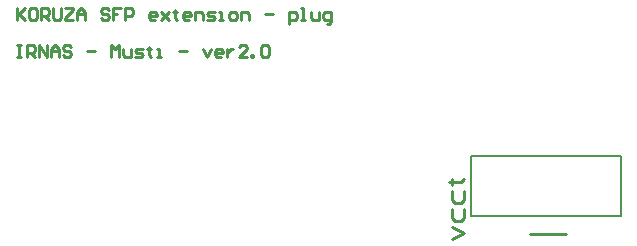
<source format=gto>
G04 Layer_Color=65535*
%FSAX25Y25*%
%MOIN*%
G70*
G01*
G75*
%ADD21C,0.00787*%
%ADD22C,0.01000*%
D21*
X0312839Y0190413D02*
Y0210413D01*
X0262839D02*
X0312839D01*
X0262839Y0190413D02*
X0312839D01*
X0262839D02*
Y0210413D01*
D22*
X0282339Y0184413D02*
X0294339D01*
X0256340Y0182913D02*
X0260339Y0184913D01*
X0256340Y0186912D01*
Y0192910D02*
Y0189911D01*
X0257340Y0188911D01*
X0259339D01*
X0260339Y0189911D01*
Y0192910D01*
X0256340Y0198908D02*
Y0195909D01*
X0257340Y0194910D01*
X0259339D01*
X0260339Y0195909D01*
Y0198908D01*
X0255340Y0201907D02*
X0256340D01*
Y0200908D01*
Y0202907D01*
Y0201907D01*
X0259339D01*
X0260339Y0202907D01*
X0111339Y0259912D02*
Y0255913D01*
Y0257246D01*
X0114004Y0259912D01*
X0112005Y0257913D01*
X0114004Y0255913D01*
X0117337Y0259912D02*
X0116004D01*
X0115337Y0259246D01*
Y0256580D01*
X0116004Y0255913D01*
X0117337D01*
X0118003Y0256580D01*
Y0259246D01*
X0117337Y0259912D01*
X0119336Y0255913D02*
Y0259912D01*
X0121335D01*
X0122002Y0259246D01*
Y0257913D01*
X0121335Y0257246D01*
X0119336D01*
X0120669D02*
X0122002Y0255913D01*
X0123335Y0259912D02*
Y0256580D01*
X0124001Y0255913D01*
X0125334D01*
X0126000Y0256580D01*
Y0259912D01*
X0127333D02*
X0129999D01*
Y0259246D01*
X0127333Y0256580D01*
Y0255913D01*
X0129999D01*
X0131332D02*
Y0258579D01*
X0132665Y0259912D01*
X0133998Y0258579D01*
Y0255913D01*
Y0257913D01*
X0131332D01*
X0141995Y0259246D02*
X0141329Y0259912D01*
X0139996D01*
X0139330Y0259246D01*
Y0258579D01*
X0139996Y0257913D01*
X0141329D01*
X0141995Y0257246D01*
Y0256580D01*
X0141329Y0255913D01*
X0139996D01*
X0139330Y0256580D01*
X0145994Y0259912D02*
X0143328D01*
Y0257913D01*
X0144661D01*
X0143328D01*
Y0255913D01*
X0147327D02*
Y0259912D01*
X0149326D01*
X0149993Y0259246D01*
Y0257913D01*
X0149326Y0257246D01*
X0147327D01*
X0157324Y0255913D02*
X0155991D01*
X0155324Y0256580D01*
Y0257913D01*
X0155991Y0258579D01*
X0157324D01*
X0157990Y0257913D01*
Y0257246D01*
X0155324D01*
X0159323Y0258579D02*
X0161989Y0255913D01*
X0160656Y0257246D01*
X0161989Y0258579D01*
X0159323Y0255913D01*
X0163988Y0259246D02*
Y0258579D01*
X0163322D01*
X0164655D01*
X0163988D01*
Y0256580D01*
X0164655Y0255913D01*
X0168653D02*
X0167321D01*
X0166654Y0256580D01*
Y0257913D01*
X0167321Y0258579D01*
X0168653D01*
X0169320Y0257913D01*
Y0257246D01*
X0166654D01*
X0170653Y0255913D02*
Y0258579D01*
X0172652D01*
X0173319Y0257913D01*
Y0255913D01*
X0174652D02*
X0176651D01*
X0177317Y0256580D01*
X0176651Y0257246D01*
X0175318D01*
X0174652Y0257913D01*
X0175318Y0258579D01*
X0177317D01*
X0178650Y0255913D02*
X0179983D01*
X0179317D01*
Y0258579D01*
X0178650D01*
X0182649Y0255913D02*
X0183982D01*
X0184648Y0256580D01*
Y0257913D01*
X0183982Y0258579D01*
X0182649D01*
X0181983Y0257913D01*
Y0256580D01*
X0182649Y0255913D01*
X0185981D02*
Y0258579D01*
X0187980D01*
X0188647Y0257913D01*
Y0255913D01*
X0193979Y0257913D02*
X0196644D01*
X0201976Y0254580D02*
Y0258579D01*
X0203975D01*
X0204642Y0257913D01*
Y0256580D01*
X0203975Y0255913D01*
X0201976D01*
X0205975D02*
X0207308D01*
X0206641D01*
Y0259912D01*
X0205975D01*
X0209307Y0258579D02*
Y0256580D01*
X0209973Y0255913D01*
X0211973D01*
Y0258579D01*
X0214639Y0254580D02*
X0215305D01*
X0215971Y0255247D01*
Y0258579D01*
X0213972D01*
X0213306Y0257913D01*
Y0256580D01*
X0213972Y0255913D01*
X0215971D01*
X0111339Y0247412D02*
X0112671D01*
X0112005D01*
Y0243413D01*
X0111339D01*
X0112671D01*
X0114671D02*
Y0247412D01*
X0116670D01*
X0117337Y0246746D01*
Y0245413D01*
X0116670Y0244746D01*
X0114671D01*
X0116004D02*
X0117337Y0243413D01*
X0118670D02*
Y0247412D01*
X0121335Y0243413D01*
Y0247412D01*
X0122668Y0243413D02*
Y0246079D01*
X0124001Y0247412D01*
X0125334Y0246079D01*
Y0243413D01*
Y0245413D01*
X0122668D01*
X0129333Y0246746D02*
X0128666Y0247412D01*
X0127333D01*
X0126667Y0246746D01*
Y0246079D01*
X0127333Y0245413D01*
X0128666D01*
X0129333Y0244746D01*
Y0244080D01*
X0128666Y0243413D01*
X0127333D01*
X0126667Y0244080D01*
X0134664Y0245413D02*
X0137330D01*
X0142662Y0243413D02*
Y0247412D01*
X0143995Y0246079D01*
X0145328Y0247412D01*
Y0243413D01*
X0146660Y0246079D02*
Y0244080D01*
X0147327Y0243413D01*
X0149326D01*
Y0246079D01*
X0150659Y0243413D02*
X0152659D01*
X0153325Y0244080D01*
X0152659Y0244746D01*
X0151326D01*
X0150659Y0245413D01*
X0151326Y0246079D01*
X0153325D01*
X0155324Y0246746D02*
Y0246079D01*
X0154658D01*
X0155991D01*
X0155324D01*
Y0244080D01*
X0155991Y0243413D01*
X0157990D02*
X0159323D01*
X0158657D01*
Y0246079D01*
X0157990D01*
X0165321Y0245413D02*
X0167987D01*
X0173319Y0246079D02*
X0174652Y0243413D01*
X0175984Y0246079D01*
X0179317Y0243413D02*
X0177984D01*
X0177317Y0244080D01*
Y0245413D01*
X0177984Y0246079D01*
X0179317D01*
X0179983Y0245413D01*
Y0244746D01*
X0177317D01*
X0181316Y0246079D02*
Y0243413D01*
Y0244746D01*
X0181983Y0245413D01*
X0182649Y0246079D01*
X0183315D01*
X0187980Y0243413D02*
X0185315D01*
X0187980Y0246079D01*
Y0246746D01*
X0187314Y0247412D01*
X0185981D01*
X0185315Y0246746D01*
X0189313Y0243413D02*
Y0244080D01*
X0189980D01*
Y0243413D01*
X0189313D01*
X0192646Y0246746D02*
X0193312Y0247412D01*
X0194645D01*
X0195311Y0246746D01*
Y0244080D01*
X0194645Y0243413D01*
X0193312D01*
X0192646Y0244080D01*
Y0246746D01*
M02*

</source>
